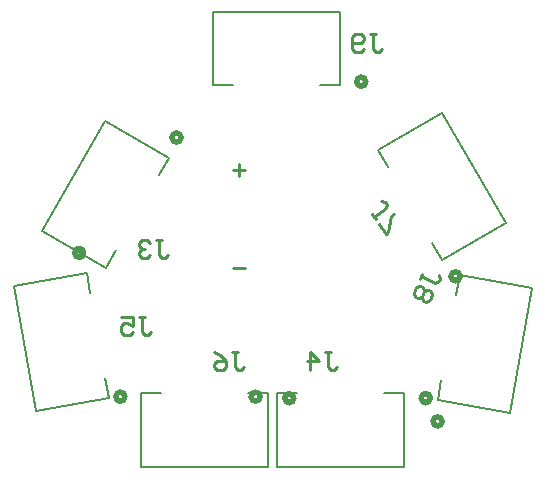
<source format=gbo>
G04*
G04 #@! TF.GenerationSoftware,Altium Limited,Altium Designer,21.6.4 (81)*
G04*
G04 Layer_Color=32896*
%FSLAX44Y44*%
%MOMM*%
G71*
G04*
G04 #@! TF.SameCoordinates,0AF61676-ECA7-40E5-9188-409EB156610F*
G04*
G04*
G04 #@! TF.FilePolarity,Positive*
G04*
G01*
G75*
%ADD11C,0.5080*%
%ADD13C,0.1524*%
%ADD14C,0.2540*%
D11*
X880491Y1441450D02*
G03*
X880491Y1441450I-3810J0D01*
G01*
X724091Y1394152D02*
G03*
X724091Y1394152I-3810J0D01*
G01*
X641699Y1296433D02*
G03*
X641699Y1296433I-3810J0D01*
G01*
X935101Y1173480D02*
G03*
X935101Y1173480I-3810J0D01*
G01*
X819531Y1173480D02*
G03*
X819531Y1173480I-3810J0D01*
G01*
X960311Y1276658D02*
G03*
X960311Y1276658I-3810J0D01*
G01*
X945164Y1153865D02*
G03*
X945164Y1153865I-3810J0D01*
G01*
X676529Y1174750D02*
G03*
X676529Y1174750I-3810J0D01*
G01*
X791069D02*
G03*
X791069Y1174750I-3810J0D01*
G01*
D13*
X858901Y1438226D02*
Y1500710D01*
X751459D02*
X858901D01*
X751459Y1438226D02*
Y1500710D01*
X842063Y1438226D02*
X858901D01*
X751459D02*
X768297D01*
X660462Y1284094D02*
X668881Y1298676D01*
X705764Y1362560D02*
X714183Y1377142D01*
X606349Y1315336D02*
X660462Y1284094D01*
X606349Y1315336D02*
X660070Y1408384D01*
X714183Y1377142D01*
X659885Y1190255D02*
X662808Y1173673D01*
X644152Y1279483D02*
X647075Y1262901D01*
X601274Y1162823D02*
X662808Y1173673D01*
X582617Y1268633D02*
X601274Y1162823D01*
X582617Y1268633D02*
X644152Y1279483D01*
X891097Y1383492D02*
X899516Y1368910D01*
X936399Y1305026D02*
X944818Y1290444D01*
X891097Y1383492D02*
X945210Y1414734D01*
X998931Y1321687D01*
X944818Y1290444D02*
X998931Y1321687D01*
X956999Y1261163D02*
X959923Y1277745D01*
X941266Y1171935D02*
X944190Y1188517D01*
X959923Y1277745D02*
X1021458Y1266895D01*
X1002801Y1161085D02*
X1021458Y1266895D01*
X941266Y1171935D02*
X1002801Y1161085D01*
X690499Y1115490D02*
Y1177974D01*
Y1115490D02*
X797941D01*
Y1177974D01*
X690499D02*
X707337D01*
X781103D02*
X797941D01*
X805039Y1115490D02*
Y1177974D01*
Y1115490D02*
X912481D01*
Y1177974D01*
X805039D02*
X821877D01*
X895644D02*
X912481D01*
D14*
X883919Y1482088D02*
X888997D01*
X886458D01*
Y1469392D01*
X888997Y1466852D01*
X891536D01*
X894076Y1469392D01*
X878841D02*
X876301Y1466852D01*
X871223D01*
X868684Y1469392D01*
Y1479548D01*
X871223Y1482088D01*
X876301D01*
X878841Y1479548D01*
Y1477009D01*
X876301Y1474470D01*
X868684D01*
X778510Y1283970D02*
X768353D01*
X778510Y1366518D02*
X768353D01*
X773432Y1371597D02*
Y1361440D01*
X926349Y1274251D02*
X928495Y1278853D01*
X927422Y1276552D01*
X938929Y1271186D01*
X942303Y1272414D01*
X943376Y1274716D01*
X942148Y1278090D01*
X926504Y1268575D02*
X923130Y1267347D01*
X920984Y1262744D01*
X922212Y1259370D01*
X924513Y1258297D01*
X927888Y1259525D01*
X929116Y1256151D01*
X931417Y1255077D01*
X934791Y1256306D01*
X936938Y1260908D01*
X935709Y1264283D01*
X933408Y1265356D01*
X930034Y1264127D01*
X928806Y1267502D01*
X926504Y1268575D01*
X930034Y1264127D02*
X927888Y1259525D01*
X888924Y1324861D02*
X886011Y1329021D01*
X887467Y1326941D01*
X897867Y1334223D01*
X898491Y1337759D01*
X897034Y1339839D01*
X893498Y1340463D01*
X891836Y1320701D02*
X897662Y1312381D01*
X899742Y1313837D01*
X902236Y1327983D01*
X904316Y1329439D01*
X767079Y1212848D02*
X772158D01*
X769618D01*
Y1200152D01*
X772158Y1197613D01*
X774697D01*
X777236Y1200152D01*
X751844Y1212848D02*
X756923Y1210308D01*
X762001Y1205230D01*
Y1200152D01*
X759462Y1197613D01*
X754383D01*
X751844Y1200152D01*
Y1202691D01*
X754383Y1205230D01*
X762001D01*
X688339Y1242057D02*
X693418D01*
X690878D01*
Y1229362D01*
X693418Y1226823D01*
X695957D01*
X698496Y1229362D01*
X673104Y1242057D02*
X683261D01*
Y1234440D01*
X678183Y1236979D01*
X675643D01*
X673104Y1234440D01*
Y1229362D01*
X675643Y1226823D01*
X680722D01*
X683261Y1229362D01*
X845819Y1212848D02*
X850898D01*
X848358D01*
Y1200152D01*
X850898Y1197613D01*
X853437D01*
X855976Y1200152D01*
X833123Y1197613D02*
Y1212848D01*
X840741Y1205230D01*
X830584D01*
X703339Y1307408D02*
X708418D01*
X705879D01*
Y1294712D01*
X708418Y1292173D01*
X710957D01*
X713496Y1294712D01*
X698261Y1304869D02*
X695722Y1307408D01*
X690643D01*
X688104Y1304869D01*
Y1302330D01*
X690643Y1299791D01*
X693183D01*
X690643D01*
X688104Y1297251D01*
Y1294712D01*
X690643Y1292173D01*
X695722D01*
X698261Y1294712D01*
M02*

</source>
